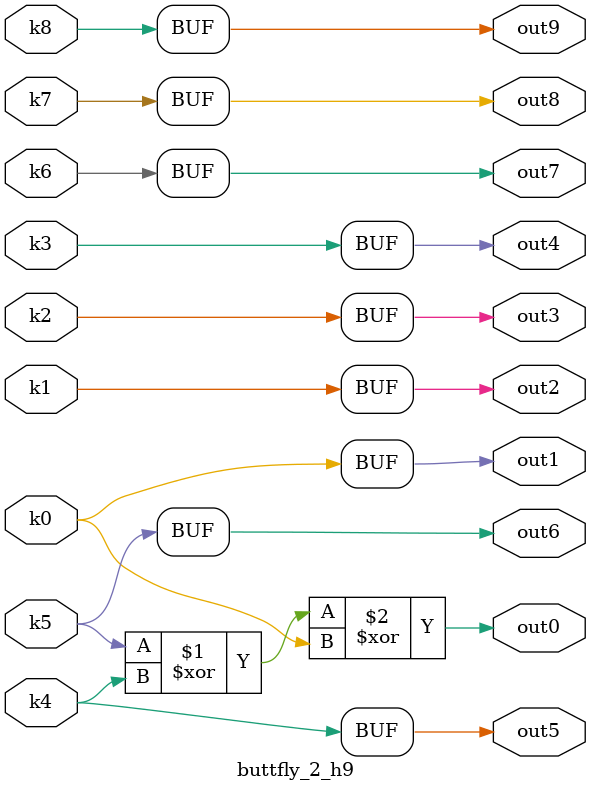
<source format=v>
module buttfly_2(pi00, pi01, pi02, pi03, pi04, pi05, pi06, pi07, pi08, pi09, po00, po01, po02, po03, po04, po05, po06, po07, po08, po09);
input pi00, pi01, pi02, pi03, pi04, pi05, pi06, pi07, pi08, pi09;
output po00, po01, po02, po03, po04, po05, po06, po07, po08, po09;
wire k0, k1, k2, k3, k4, k5, k6, k7, k8;
buttfly_2_w9 DUT1 (pi00, pi01, pi02, pi03, pi04, pi05, pi06, pi07, pi08, pi09, k0, k1, k2, k3, k4, k5, k6, k7, k8);
buttfly_2_h9 DUT2 (k0, k1, k2, k3, k4, k5, k6, k7, k8, po00, po01, po02, po03, po04, po05, po06, po07, po08, po09);
endmodule

module buttfly_2_w9(in9, in8, in7, in6, in5, in4, in3, in2, in1, in0, k8, k7, k6, k5, k4, k3, k2, k1, k0);
input in9, in8, in7, in6, in5, in4, in3, in2, in1, in0;
output k8, k7, k6, k5, k4, k3, k2, k1, k0;
assign k0 =   (((~in9 & (in6 | in1)) | (in6 & in1)) & (~in7 | in4) & (~in8 | in5)) | (~in8 & in5 & (~in7 | in4)) | (~in7 & in4);
assign k1 =   ((in7 ^ in4) & (((~in8 | in5) & ((in1 & (~in9 | in6)) | (~in9 & in6))) | (~in8 & in5))) | ((in8 | ~in5) & ((in9 & ~in6) | (in0 & (in9 | ~in6))) & (~in7 ^ in4)) | (in8 & ~in5 & (~in7 ^ in4));
assign k2 =   ((in8 ^ in5) & ((in1 & (~in9 | in6)) | (~in9 & in6))) | (((in9 & ~in6) | (in0 & (in9 | ~in6))) & (~in8 ^ in5));
assign k3 =   (in1 & (in9 ^ in6)) | (in0 & (~in9 ^ in6));
assign k4 =   (((~in9 & (~in6 | in2)) | (~in6 & in2)) & (~in7 | ~in4) & (~in8 | ~in5)) | (~in8 & ~in5 & (~in7 | ~in4)) | (~in7 & ~in4);
assign k5 =   (((in9 & (in6 | in3)) | (in6 & in3)) & (in7 | in4) & (in8 | in5)) | (in8 & in5 & (in7 | in4)) | (in7 & in4);
assign k6 =   ((in7 ^ in4) & (((in8 | in5) & ((in3 & (in9 | in6)) | (in9 & in6))) | (in8 & in5))) | ((~in8 | ~in5) & ((~in9 & ~in6) | (in2 & (~in9 | ~in6))) & (~in7 ^ in4)) | (~in8 & ~in5 & (~in7 ^ in4));
assign k7 =   ((in8 ^ in5) & ((in3 & (in9 | in6)) | (in9 & in6))) | (((~in9 & ~in6) | (in2 & (~in9 | ~in6))) & (~in8 ^ in5));
assign k8 =   (in3 & (in9 ^ in6)) | (in2 & (~in9 ^ in6));
endmodule

module buttfly_2_h9(k8, k7, k6, k5, k4, k3, k2, k1, k0, out9, out8, out7, out6, out5, out4, out3, out2, out1, out0);
input k8, k7, k6, k5, k4, k3, k2, k1, k0;
output out9, out8, out7, out6, out5, out4, out3, out2, out1, out0;
assign out0 = k5 ^ k4 ^ k0;
assign out1 = k0;
assign out2 = k1;
assign out3 = k2;
assign out4 = k3;
assign out5 = k4;
assign out6 = k5;
assign out7 = k6;
assign out8 = k7;
assign out9 = k8;
endmodule

</source>
